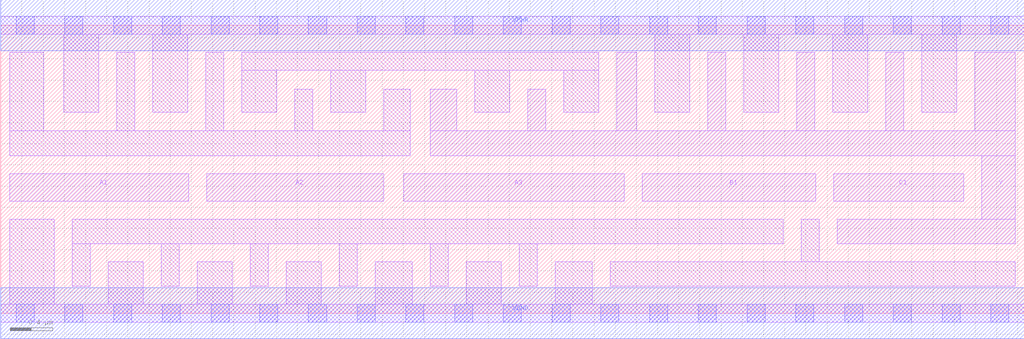
<source format=lef>
# Copyright 2020 The SkyWater PDK Authors
#
# Licensed under the Apache License, Version 2.0 (the "License");
# you may not use this file except in compliance with the License.
# You may obtain a copy of the License at
#
#     https://www.apache.org/licenses/LICENSE-2.0
#
# Unless required by applicable law or agreed to in writing, software
# distributed under the License is distributed on an "AS IS" BASIS,
# WITHOUT WARRANTIES OR CONDITIONS OF ANY KIND, either express or implied.
# See the License for the specific language governing permissions and
# limitations under the License.
#
# SPDX-License-Identifier: Apache-2.0

VERSION 5.7 ;
  NAMESCASESENSITIVE ON ;
  NOWIREEXTENSIONATPIN ON ;
  DIVIDERCHAR "/" ;
  BUSBITCHARS "[]" ;
UNITS
  DATABASE MICRONS 200 ;
END UNITS
MACRO sky130_fd_sc_hd__o311ai_4
  CLASS CORE ;
  SOURCE USER ;
  FOREIGN sky130_fd_sc_hd__o311ai_4 ;
  ORIGIN  0.000000  0.000000 ;
  SIZE  9.660000 BY  2.720000 ;
  SYMMETRY X Y R90 ;
  SITE unithd ;
  PIN A1
    ANTENNAGATEAREA  0.990000 ;
    DIRECTION INPUT ;
    USE SIGNAL ;
    PORT
      LAYER li1 ;
        RECT 0.085000 1.055000 1.775000 1.315000 ;
    END
  END A1
  PIN A2
    ANTENNAGATEAREA  0.990000 ;
    DIRECTION INPUT ;
    USE SIGNAL ;
    PORT
      LAYER li1 ;
        RECT 1.945000 1.055000 3.615000 1.315000 ;
    END
  END A2
  PIN A3
    ANTENNAGATEAREA  0.990000 ;
    DIRECTION INPUT ;
    USE SIGNAL ;
    PORT
      LAYER li1 ;
        RECT 3.805000 1.055000 5.885000 1.315000 ;
    END
  END A3
  PIN B1
    ANTENNAGATEAREA  0.990000 ;
    DIRECTION INPUT ;
    USE SIGNAL ;
    PORT
      LAYER li1 ;
        RECT 6.055000 1.055000 7.695000 1.315000 ;
    END
  END B1
  PIN C1
    ANTENNAGATEAREA  0.990000 ;
    DIRECTION INPUT ;
    USE SIGNAL ;
    PORT
      LAYER li1 ;
        RECT 7.865000 1.055000 9.090000 1.315000 ;
    END
  END C1
  PIN Y
    ANTENNADIFFAREA  2.241000 ;
    DIRECTION OUTPUT ;
    USE SIGNAL ;
    PORT
      LAYER li1 ;
        RECT 4.055000 1.485000 9.575000 1.725000 ;
        RECT 4.055000 1.725000 4.305000 2.115000 ;
        RECT 4.975000 1.725000 5.145000 2.115000 ;
        RECT 5.815000 1.725000 6.005000 2.465000 ;
        RECT 6.675000 1.725000 6.845000 2.465000 ;
        RECT 7.515000 1.725000 7.685000 2.465000 ;
        RECT 7.895000 0.655000 9.575000 0.885000 ;
        RECT 8.355000 1.725000 8.525000 2.465000 ;
        RECT 9.195000 1.725000 9.575000 2.465000 ;
        RECT 9.260000 0.885000 9.575000 1.485000 ;
    END
  END Y
  PIN VGND
    DIRECTION INOUT ;
    SHAPE ABUTMENT ;
    USE GROUND ;
    PORT
      LAYER met1 ;
        RECT 0.000000 -0.240000 9.660000 0.240000 ;
    END
  END VGND
  PIN VPWR
    DIRECTION INOUT ;
    SHAPE ABUTMENT ;
    USE POWER ;
    PORT
      LAYER met1 ;
        RECT 0.000000 2.480000 9.660000 2.960000 ;
    END
  END VPWR
  OBS
    LAYER li1 ;
      RECT 0.000000 -0.085000 9.660000 0.085000 ;
      RECT 0.000000  2.635000 9.660000 2.805000 ;
      RECT 0.085000  0.085000 0.505000 0.885000 ;
      RECT 0.085000  1.485000 3.865000 1.725000 ;
      RECT 0.085000  1.725000 0.405000 2.465000 ;
      RECT 0.595000  1.895000 0.925000 2.635000 ;
      RECT 0.675000  0.255000 0.845000 0.655000 ;
      RECT 0.675000  0.655000 7.385000 0.885000 ;
      RECT 1.015000  0.085000 1.345000 0.485000 ;
      RECT 1.095000  1.725000 1.265000 2.465000 ;
      RECT 1.435000  1.895000 1.765000 2.635000 ;
      RECT 1.515000  0.255000 1.685000 0.655000 ;
      RECT 1.855000  0.085000 2.185000 0.485000 ;
      RECT 1.935000  1.725000 2.105000 2.465000 ;
      RECT 2.275000  1.895000 2.605000 2.295000 ;
      RECT 2.275000  2.295000 5.645000 2.465000 ;
      RECT 2.355000  0.255000 2.525000 0.655000 ;
      RECT 2.695000  0.085000 3.025000 0.485000 ;
      RECT 2.775000  1.725000 2.945000 2.115000 ;
      RECT 3.115000  1.895000 3.445000 2.295000 ;
      RECT 3.195000  0.255000 3.365000 0.655000 ;
      RECT 3.535000  0.085000 3.885000 0.485000 ;
      RECT 3.615000  1.725000 3.865000 2.115000 ;
      RECT 4.055000  0.255000 4.225000 0.655000 ;
      RECT 4.395000  0.085000 4.725000 0.485000 ;
      RECT 4.475000  1.895000 4.805000 2.295000 ;
      RECT 4.895000  0.255000 5.065000 0.655000 ;
      RECT 5.235000  0.085000 5.585000 0.485000 ;
      RECT 5.315000  1.895000 5.645000 2.295000 ;
      RECT 5.755000  0.255000 9.575000 0.485000 ;
      RECT 6.175000  1.895000 6.505000 2.635000 ;
      RECT 7.015000  1.895000 7.345000 2.635000 ;
      RECT 7.555000  0.485000 7.725000 0.885000 ;
      RECT 7.855000  1.895000 8.185000 2.635000 ;
      RECT 8.695000  1.895000 9.025000 2.635000 ;
    LAYER mcon ;
      RECT 0.145000 -0.085000 0.315000 0.085000 ;
      RECT 0.145000  2.635000 0.315000 2.805000 ;
      RECT 0.605000 -0.085000 0.775000 0.085000 ;
      RECT 0.605000  2.635000 0.775000 2.805000 ;
      RECT 1.065000 -0.085000 1.235000 0.085000 ;
      RECT 1.065000  2.635000 1.235000 2.805000 ;
      RECT 1.525000 -0.085000 1.695000 0.085000 ;
      RECT 1.525000  2.635000 1.695000 2.805000 ;
      RECT 1.985000 -0.085000 2.155000 0.085000 ;
      RECT 1.985000  2.635000 2.155000 2.805000 ;
      RECT 2.445000 -0.085000 2.615000 0.085000 ;
      RECT 2.445000  2.635000 2.615000 2.805000 ;
      RECT 2.905000 -0.085000 3.075000 0.085000 ;
      RECT 2.905000  2.635000 3.075000 2.805000 ;
      RECT 3.365000 -0.085000 3.535000 0.085000 ;
      RECT 3.365000  2.635000 3.535000 2.805000 ;
      RECT 3.825000 -0.085000 3.995000 0.085000 ;
      RECT 3.825000  2.635000 3.995000 2.805000 ;
      RECT 4.285000 -0.085000 4.455000 0.085000 ;
      RECT 4.285000  2.635000 4.455000 2.805000 ;
      RECT 4.745000 -0.085000 4.915000 0.085000 ;
      RECT 4.745000  2.635000 4.915000 2.805000 ;
      RECT 5.205000 -0.085000 5.375000 0.085000 ;
      RECT 5.205000  2.635000 5.375000 2.805000 ;
      RECT 5.665000 -0.085000 5.835000 0.085000 ;
      RECT 5.665000  2.635000 5.835000 2.805000 ;
      RECT 6.125000 -0.085000 6.295000 0.085000 ;
      RECT 6.125000  2.635000 6.295000 2.805000 ;
      RECT 6.585000 -0.085000 6.755000 0.085000 ;
      RECT 6.585000  2.635000 6.755000 2.805000 ;
      RECT 7.045000 -0.085000 7.215000 0.085000 ;
      RECT 7.045000  2.635000 7.215000 2.805000 ;
      RECT 7.505000 -0.085000 7.675000 0.085000 ;
      RECT 7.505000  2.635000 7.675000 2.805000 ;
      RECT 7.965000 -0.085000 8.135000 0.085000 ;
      RECT 7.965000  2.635000 8.135000 2.805000 ;
      RECT 8.425000 -0.085000 8.595000 0.085000 ;
      RECT 8.425000  2.635000 8.595000 2.805000 ;
      RECT 8.885000 -0.085000 9.055000 0.085000 ;
      RECT 8.885000  2.635000 9.055000 2.805000 ;
      RECT 9.345000 -0.085000 9.515000 0.085000 ;
      RECT 9.345000  2.635000 9.515000 2.805000 ;
  END
END sky130_fd_sc_hd__o311ai_4
END LIBRARY

</source>
